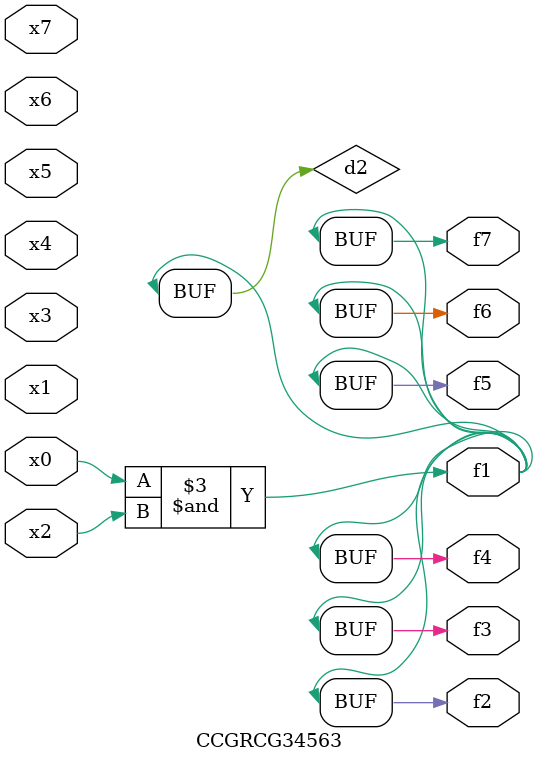
<source format=v>
module CCGRCG34563(
	input x0, x1, x2, x3, x4, x5, x6, x7,
	output f1, f2, f3, f4, f5, f6, f7
);

	wire d1, d2;

	nor (d1, x3, x6);
	and (d2, x0, x2);
	assign f1 = d2;
	assign f2 = d2;
	assign f3 = d2;
	assign f4 = d2;
	assign f5 = d2;
	assign f6 = d2;
	assign f7 = d2;
endmodule

</source>
